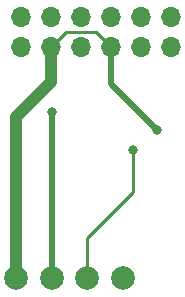
<source format=gbl>
G04 #@! TF.GenerationSoftware,KiCad,Pcbnew,(5.1.7)-1*
G04 #@! TF.CreationDate,2022-03-16T13:26:47+01:00*
G04 #@! TF.ProjectId,bluetooth-board,626c7565-746f-46f7-9468-2d626f617264,rev?*
G04 #@! TF.SameCoordinates,Original*
G04 #@! TF.FileFunction,Copper,L2,Bot*
G04 #@! TF.FilePolarity,Positive*
%FSLAX46Y46*%
G04 Gerber Fmt 4.6, Leading zero omitted, Abs format (unit mm)*
G04 Created by KiCad (PCBNEW (5.1.7)-1) date 2022-03-16 13:26:47*
%MOMM*%
%LPD*%
G01*
G04 APERTURE LIST*
G04 #@! TA.AperFunction,ComponentPad*
%ADD10C,2.000000*%
G04 #@! TD*
G04 #@! TA.AperFunction,ComponentPad*
%ADD11O,1.700000X1.700000*%
G04 #@! TD*
G04 #@! TA.AperFunction,ViaPad*
%ADD12C,0.800000*%
G04 #@! TD*
G04 #@! TA.AperFunction,Conductor*
%ADD13C,1.000000*%
G04 #@! TD*
G04 #@! TA.AperFunction,Conductor*
%ADD14C,0.500000*%
G04 #@! TD*
G04 #@! TA.AperFunction,Conductor*
%ADD15C,0.250000*%
G04 #@! TD*
G04 APERTURE END LIST*
D10*
X26100000Y-39310000D03*
X23100000Y-39310000D03*
X20100000Y-39310000D03*
X17100000Y-39310000D03*
D11*
X17500000Y-19750000D03*
X17500000Y-17210000D03*
X20040000Y-19750000D03*
X20040000Y-17210000D03*
X22580000Y-19750000D03*
X22580000Y-17210000D03*
X25120000Y-19750000D03*
X25120000Y-17210000D03*
X27660000Y-19750000D03*
X27660000Y-17210000D03*
X30200000Y-19750000D03*
X30200000Y-17210000D03*
D12*
X29000000Y-26750000D03*
X26950000Y-28500000D03*
X20100000Y-25270000D03*
D13*
X17100000Y-39310000D02*
X17100000Y-25650000D01*
X20040000Y-22710000D02*
X20040000Y-19750000D01*
X17100000Y-25650000D02*
X20040000Y-22710000D01*
D14*
X25120000Y-22870000D02*
X25120000Y-19750000D01*
X29000000Y-26750000D02*
X25120000Y-22870000D01*
X25120000Y-19750000D02*
X25120000Y-19370000D01*
D15*
X25120000Y-19750000D02*
X23870000Y-18500000D01*
X21290000Y-18500000D02*
X20040000Y-19750000D01*
X23870000Y-18500000D02*
X21290000Y-18500000D01*
X26950000Y-28500000D02*
X26950000Y-32050000D01*
X26950000Y-32050000D02*
X23100000Y-35900000D01*
X23100000Y-35900000D02*
X23100000Y-39310000D01*
D14*
X20100000Y-39310000D02*
X20100000Y-25270000D01*
X20100000Y-25270000D02*
X20100000Y-25270000D01*
M02*

</source>
